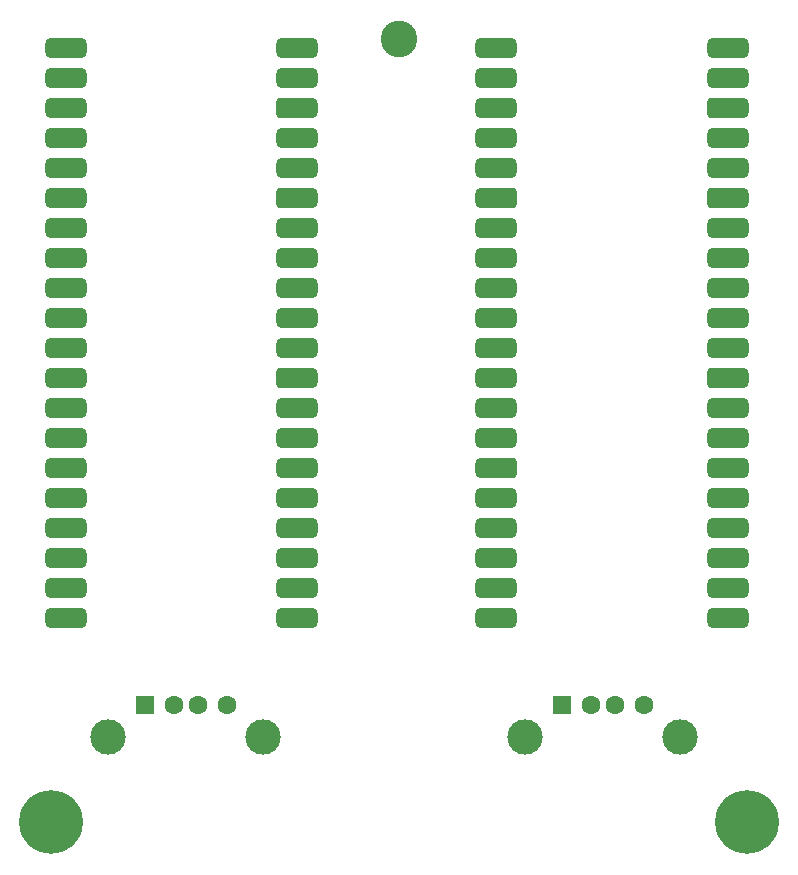
<source format=gbr>
%TF.GenerationSoftware,KiCad,Pcbnew,7.0.10*%
%TF.CreationDate,2024-02-20T22:57:10+05:30*%
%TF.ProjectId,DeskHop,4465736b-486f-4702-9e6b-696361645f70,v1*%
%TF.SameCoordinates,Original*%
%TF.FileFunction,Soldermask,Bot*%
%TF.FilePolarity,Negative*%
%FSLAX46Y46*%
G04 Gerber Fmt 4.6, Leading zero omitted, Abs format (unit mm)*
G04 Created by KiCad (PCBNEW 7.0.10) date 2024-02-20 22:57:10*
%MOMM*%
%LPD*%
G01*
G04 APERTURE LIST*
G04 Aperture macros list*
%AMRoundRect*
0 Rectangle with rounded corners*
0 $1 Rounding radius*
0 $2 $3 $4 $5 $6 $7 $8 $9 X,Y pos of 4 corners*
0 Add a 4 corners polygon primitive as box body*
4,1,4,$2,$3,$4,$5,$6,$7,$8,$9,$2,$3,0*
0 Add four circle primitives for the rounded corners*
1,1,$1+$1,$2,$3*
1,1,$1+$1,$4,$5*
1,1,$1+$1,$6,$7*
1,1,$1+$1,$8,$9*
0 Add four rect primitives between the rounded corners*
20,1,$1+$1,$2,$3,$4,$5,0*
20,1,$1+$1,$4,$5,$6,$7,0*
20,1,$1+$1,$6,$7,$8,$9,0*
20,1,$1+$1,$8,$9,$2,$3,0*%
G04 Aperture macros list end*
%ADD10C,3.100000*%
%ADD11R,1.600000X1.500000*%
%ADD12C,1.600000*%
%ADD13C,3.000000*%
%ADD14C,5.400000*%
%ADD15C,1.752600*%
%ADD16RoundRect,0.425000X-1.325000X-0.425000X1.325000X-0.425000X1.325000X0.425000X-1.325000X0.425000X0*%
%ADD17RoundRect,0.425000X1.325000X0.425000X-1.325000X0.425000X-1.325000X-0.425000X1.325000X-0.425000X0*%
%ADD18RoundRect,0.438150X-0.438150X-0.438150X0.438150X-0.438150X0.438150X0.438150X-0.438150X0.438150X0*%
G04 APERTURE END LIST*
D10*
%TO.C,H3*%
X67310000Y-45212000D03*
%TD*%
D11*
%TO.C,J4*%
X45776000Y-101574000D03*
D12*
X48276000Y-101574000D03*
X50276000Y-101574000D03*
X52776000Y-101574000D03*
D13*
X42706000Y-104284000D03*
X55846000Y-104284000D03*
%TD*%
D10*
%TO.C,H2*%
X96774000Y-111506000D03*
D14*
X96774000Y-111506000D03*
%TD*%
D11*
%TO.C,J1*%
X81082000Y-101574000D03*
D12*
X83582000Y-101574000D03*
X85582000Y-101574000D03*
X88082000Y-101574000D03*
D13*
X78012000Y-104284000D03*
X91152000Y-104284000D03*
%TD*%
D15*
%TO.C,MCU2*%
X76454000Y-45974000D03*
D16*
X75554000Y-45974000D03*
D15*
X76454000Y-48514000D03*
D17*
X75554000Y-48514000D03*
D15*
X76454000Y-51054000D03*
D17*
X75554000Y-51054000D03*
D15*
X76454000Y-53594000D03*
D17*
X75554000Y-53594000D03*
D15*
X76454000Y-56134000D03*
D17*
X75554000Y-56134000D03*
D18*
X76454000Y-58674000D03*
D17*
X75554000Y-58674000D03*
D15*
X76454000Y-61214000D03*
D17*
X75554000Y-61214000D03*
D15*
X76454000Y-63754000D03*
D17*
X75554000Y-63754000D03*
D15*
X76454000Y-66294000D03*
D17*
X75554000Y-66294000D03*
D15*
X76454000Y-68834000D03*
D17*
X75554000Y-68834000D03*
D15*
X76454000Y-71374000D03*
D17*
X75554000Y-71374000D03*
D15*
X76454000Y-73914000D03*
D17*
X75554000Y-73914000D03*
D15*
X76454000Y-76454000D03*
D17*
X75554000Y-76454000D03*
D15*
X76454000Y-78994000D03*
D17*
X75554000Y-78994000D03*
D18*
X76454000Y-81534000D03*
D17*
X75554000Y-81534000D03*
D15*
X76454000Y-84074000D03*
D17*
X75554000Y-84074000D03*
D15*
X76454000Y-86614000D03*
D17*
X75554000Y-86614000D03*
D15*
X76454000Y-89154000D03*
D17*
X75554000Y-89154000D03*
D15*
X76454000Y-91694000D03*
D17*
X75554000Y-91694000D03*
D15*
X76454000Y-94234000D03*
D17*
X75554000Y-94234000D03*
D15*
X94234000Y-94234000D03*
D16*
X95134000Y-94234000D03*
D15*
X94234000Y-91694000D03*
D16*
X95134000Y-91694000D03*
D15*
X94234000Y-89154000D03*
D16*
X95134000Y-89154000D03*
D15*
X94234000Y-86614000D03*
D16*
X95134000Y-86614000D03*
D15*
X94234000Y-84074000D03*
D16*
X95134000Y-84074000D03*
D15*
X94234000Y-81534000D03*
D16*
X95134000Y-81534000D03*
D15*
X94234000Y-78994000D03*
D16*
X95134000Y-78994000D03*
D15*
X94234000Y-76454000D03*
D16*
X95134000Y-76454000D03*
D18*
X94234000Y-73914000D03*
D16*
X95134000Y-73914000D03*
D15*
X94234000Y-71374000D03*
D16*
X95134000Y-71374000D03*
D15*
X94234000Y-68834000D03*
D16*
X95134000Y-68834000D03*
D15*
X94234000Y-66294000D03*
D16*
X95134000Y-66294000D03*
D15*
X94234000Y-63754000D03*
D16*
X95134000Y-63754000D03*
D15*
X94234000Y-61214000D03*
D16*
X95134000Y-61214000D03*
D18*
X94234000Y-58674000D03*
D16*
X95134000Y-58674000D03*
D15*
X94234000Y-56134000D03*
D16*
X95134000Y-56134000D03*
D15*
X94234000Y-53594000D03*
D16*
X95134000Y-53594000D03*
D18*
X94234000Y-51054000D03*
D16*
X95134000Y-51054000D03*
D15*
X94234000Y-48514000D03*
D16*
X95134000Y-48514000D03*
D15*
X94234000Y-45974000D03*
D16*
X95134000Y-45974000D03*
%TD*%
D10*
%TO.C,H1*%
X37846000Y-111506000D03*
D14*
X37846000Y-111506000D03*
%TD*%
D15*
%TO.C,MCU1*%
X39995523Y-45958249D03*
D16*
X39095523Y-45958249D03*
D15*
X39995523Y-48498249D03*
D17*
X39095523Y-48498249D03*
D15*
X39995523Y-51038249D03*
D17*
X39095523Y-51038249D03*
D15*
X39995523Y-53578249D03*
D17*
X39095523Y-53578249D03*
D15*
X39995523Y-56118249D03*
D17*
X39095523Y-56118249D03*
D18*
X39995523Y-58658249D03*
D17*
X39095523Y-58658249D03*
D15*
X39995523Y-61198249D03*
D17*
X39095523Y-61198249D03*
D15*
X39995523Y-63738249D03*
D17*
X39095523Y-63738249D03*
D15*
X39995523Y-66278249D03*
D17*
X39095523Y-66278249D03*
D15*
X39995523Y-68818249D03*
D17*
X39095523Y-68818249D03*
D15*
X39995523Y-71358249D03*
D17*
X39095523Y-71358249D03*
X39095523Y-73898249D03*
D18*
X57775523Y-73898249D03*
D15*
X39995523Y-76438249D03*
D17*
X39095523Y-76438249D03*
D15*
X39995523Y-78978249D03*
D17*
X39095523Y-78978249D03*
D18*
X39995523Y-81518249D03*
D17*
X39095523Y-81518249D03*
D15*
X39995523Y-84058249D03*
D17*
X39095523Y-84058249D03*
D15*
X39995523Y-86598249D03*
D17*
X39095523Y-86598249D03*
D15*
X39995523Y-89138249D03*
D17*
X39095523Y-89138249D03*
D15*
X39995523Y-91678249D03*
D17*
X39095523Y-91678249D03*
D15*
X39995523Y-94218249D03*
D17*
X39095523Y-94218249D03*
D15*
X57775523Y-94218249D03*
D16*
X58675523Y-94218249D03*
D15*
X57775523Y-91678249D03*
D16*
X58675523Y-91678249D03*
D15*
X57775523Y-89138249D03*
D16*
X58675523Y-89138249D03*
D15*
X57775523Y-86598249D03*
D16*
X58675523Y-86598249D03*
D15*
X57775523Y-84058249D03*
D16*
X58675523Y-84058249D03*
D15*
X57775523Y-81518249D03*
D16*
X58675523Y-81518249D03*
D15*
X57775523Y-78978249D03*
D16*
X58675523Y-78978249D03*
D15*
X57775523Y-76438249D03*
D16*
X58675523Y-76438249D03*
D15*
X39995523Y-73898249D03*
D16*
X58675523Y-73898249D03*
D15*
X57775523Y-71358249D03*
D16*
X58675523Y-71358249D03*
D15*
X57775523Y-68818249D03*
D16*
X58675523Y-68818249D03*
D15*
X57775523Y-66278249D03*
D16*
X58675523Y-66278249D03*
D15*
X57775523Y-63738249D03*
D16*
X58675523Y-63738249D03*
D15*
X57775523Y-61198249D03*
D16*
X58675523Y-61198249D03*
D18*
X57775523Y-58658249D03*
D16*
X58675523Y-58658249D03*
D15*
X57775523Y-56118249D03*
D16*
X58675523Y-56118249D03*
D15*
X57775523Y-53578249D03*
D16*
X58675523Y-53578249D03*
D18*
X57775523Y-51038249D03*
D16*
X58675523Y-51038249D03*
D15*
X57775523Y-48498249D03*
D16*
X58675523Y-48498249D03*
D15*
X57775523Y-45958249D03*
D16*
X58675523Y-45958249D03*
%TD*%
M02*

</source>
